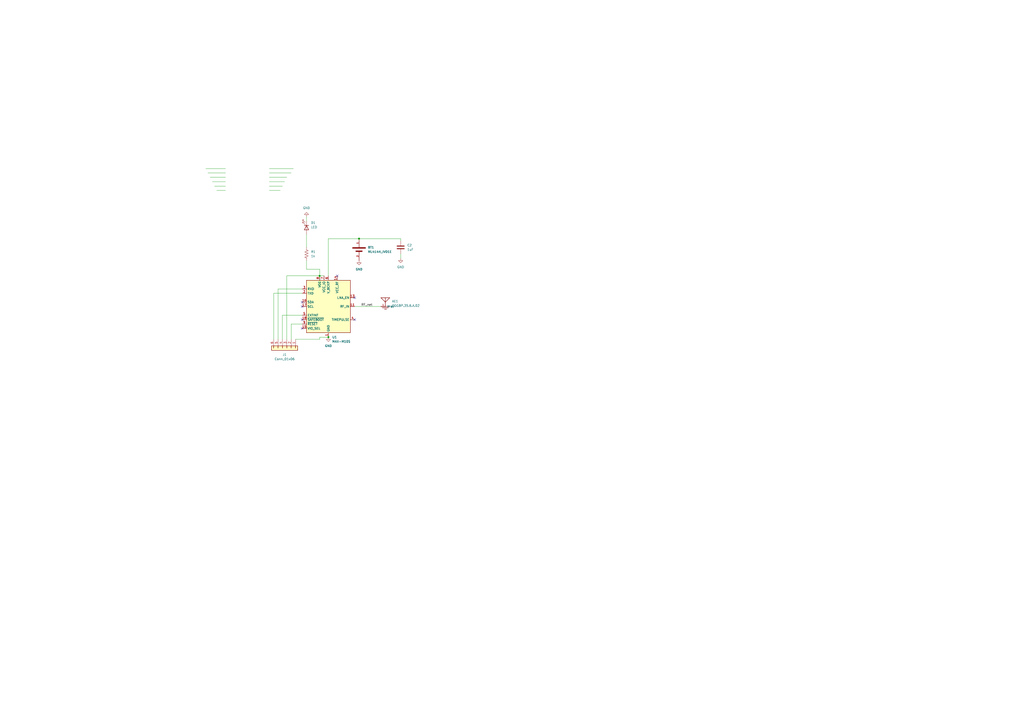
<source format=kicad_sch>
(kicad_sch (version 20230121) (generator eeschema)
  (paper "A2")
  (lib_symbols
    (symbol "CGGBP.35.6.A.02:CGGBP.35.6.A.02" (pin_names (offset 1.016))
      (property "Reference" "AE" (at 5.0892 5.0892 0))
      (property "Value" "CGGBP.35.6.A.02" (at 5.081 2.5405 0))
      (symbol "CGGBP.35.6.A.02_0_0"
        (polyline (pts (xy -2.54 0) (xy 0 0)) (stroke (width 0.254)))
        (polyline (pts (xy -2.54 5.08) (xy 0 2.54)) (stroke (width 0.254)))
        (polyline (pts (xy -1.778 -0.762) (xy 1.778 -0.762)) (stroke (width 0.254)))
        (polyline (pts (xy -0.508 -1.524) (xy 0.762 -1.524)) (stroke (width 0.254)))
        (polyline (pts (xy 0 0) (xy 2.54 0)) (stroke (width 0.254)))
        (polyline (pts (xy 0 2.54) (xy 2.54 5.08)) (stroke (width 0.254)))
        (polyline (pts (xy 0 5.08) (xy -2.54 5.08)) (stroke (width 0.254)))
        (polyline (pts (xy 0 5.08) (xy 0 0)) (stroke (width 0.254)))
        (polyline (pts (xy 2.54 5.08) (xy 0 5.08)) (stroke (width 0.254)))
      )
      (symbol "CGGBP.35.6.A.02_1_0"
        (pin passive line (at -2.54 0 0) (length 2.54) (name "RF@2") (number "1"))
      )
    )
    (symbol "Connector_Generic:Conn_01x06" (pin_names (offset 1.016) hide)
      (property "Reference" "J" (at 0 7.62 0))
      (property "Value" "Conn_01x06" (at 0 -10.16 0))
      (symbol "Conn_01x06_1_1"
        (rectangle (start -1.27 -7.493) (end 0 -7.747) (stroke (width 0.1524)))
        (rectangle (start -1.27 -4.953) (end 0 -5.207) (stroke (width 0.1524)))
        (rectangle (start -1.27 -2.413) (end 0 -2.667) (stroke (width 0.1524)))
        (rectangle (start -1.27 0.127) (end 0 -0.127) (stroke (width 0.1524)))
        (rectangle (start -1.27 2.667) (end 0 2.413) (stroke (width 0.1524)))
        (rectangle (start -1.27 5.207) (end 0 4.953) (stroke (width 0.1524)))
        (rectangle (start -1.27 6.35) (end 1.27 -8.89) (stroke (width 0.254)) (fill (type background)))
        (pin passive line (at -5.08 5.08 0) (length 3.81) (name "Pin_1") (number "1"))
        (pin passive line (at -5.08 2.54 0) (length 3.81) (name "Pin_2") (number "2"))
        (pin passive line (at -5.08 0 0) (length 3.81) (name "Pin_3") (number "3"))
        (pin passive line (at -5.08 -2.54 0) (length 3.81) (name "Pin_4") (number "4"))
        (pin passive line (at -5.08 -5.08 0) (length 3.81) (name "Pin_5") (number "5"))
        (pin passive line (at -5.08 -7.62 0) (length 3.81) (name "Pin_6") (number "6"))
      )
    )
    (symbol "Device:C" (pin_numbers hide) (pin_names (offset 0.254))
      (property "Reference" "C" (at 0.635 2.54 0))
      (property "Value" "C" (at 0.635 -2.54 0))
      (symbol "C_0_1"
        (polyline (pts (xy -2.032 -0.762) (xy 2.032 -0.762)) (stroke (width 0.508)))
        (polyline (pts (xy -2.032 0.762) (xy 2.032 0.762)) (stroke (width 0.508)))
      )
      (symbol "C_1_1"
        (pin passive line (at 0 3.81 270) (length 2.794) (name "~") (number "1"))
        (pin passive line (at 0 -3.81 90) (length 2.794) (name "~") (number "2"))
      )
    )
    (symbol "Device:LED" (pin_numbers hide) (pin_names (offset 1.016) hide)
      (property "Reference" "D" (at 0 2.54 0))
      (property "Value" "LED" (at 0 -2.54 0))
      (symbol "LED_0_1"
        (polyline (pts (xy -1.27 -1.27) (xy -1.27 1.27)) (stroke (width 0.254)))
        (polyline (pts (xy -1.27 0) (xy 1.27 0)))
        (polyline (pts (xy 1.27 -1.27) (xy 1.27 1.27) (xy -1.27 0) (xy 1.27 -1.27)) (stroke (width 0.254)))
        (polyline (pts (xy -3.048 -0.762) (xy -4.572 -2.286) (xy -3.81 -2.286) (xy -4.572 -2.286) (xy -4.572 -1.524)))
        (polyline (pts (xy -1.778 -0.762) (xy -3.302 -2.286) (xy -2.54 -2.286) (xy -3.302 -2.286) (xy -3.302 -1.524)))
      )
      (symbol "LED_1_1"
        (pin passive line (at -3.81 0 0) (length 2.54) (name "K") (number "1"))
        (pin passive line (at 3.81 0 180) (length 2.54) (name "A") (number "2"))
      )
    )
    (symbol "Device:R_US" (pin_numbers hide) (pin_names (offset 0))
      (property "Reference" "R" (at 2.54 0 90))
      (property "Value" "R_US" (at -2.54 0 90))
      (symbol "R_US_0_1"
        (polyline (pts (xy 0 -2.286) (xy 0 -2.54)))
        (polyline (pts (xy 0 2.286) (xy 0 2.54)))
        (polyline (pts (xy 0 -0.762) (xy 1.016 -1.143) (xy 0 -1.524) (xy -1.016 -1.905) (xy 0 -2.286)))
        (polyline (pts (xy 0 0.762) (xy 1.016 0.381) (xy 0 0) (xy -1.016 -0.381) (xy 0 -0.762)))
        (polyline (pts (xy 0 2.286) (xy 1.016 1.905) (xy 0 1.524) (xy -1.016 1.143) (xy 0 0.762)))
      )
      (symbol "R_US_1_1"
        (pin passive line (at 0 3.81 270) (length 1.27) (name "~") (number "1"))
        (pin passive line (at 0 -3.81 90) (length 1.27) (name "~") (number "2"))
      )
    )
    (symbol "ML414H_IV01E:ML414H_IV01E" (pin_names (offset 1.016))
      (property "Reference" "BT" (at -2.5438 5.0877 0))
      (property "Value" "ML414H_IV01E" (at -2.5481 -7.6443 0))
      (symbol "ML414H_IV01E_0_0"
        (rectangle (start 0 -3.8255) (end 0.635 3.81) (stroke (width 0.1)) (fill (type outline)))
        (rectangle (start 1.9091 -1.9091) (end 2.54 1.905) (stroke (width 0.1)) (fill (type outline)))
        (pin passive line (at -5.08 0 0) (length 5.08) (name "~") (number "1"))
        (pin passive line (at 7.62 0 180) (length 5.08) (name "~") (number "2"))
      )
    )
    (symbol "RF_GPS:MAX-M10S"
      (property "Reference" "U" (at -10.16 16.51 0))
      (property "Value" "MAX-M10S" (at 11.43 16.51 0))
      (symbol "MAX-M10S_0_1"
        (rectangle (start 12.7 15.24) (end -12.7 -15.24) (stroke (width 0.254)) (fill (type background)))
      )
      (symbol "MAX-M10S_1_1"
        (pin power_in line (at 0 -17.78 90) (length 2.54) (name "GND") (number "1"))
        (pin passive line (at 0 -17.78 90) (length 2.54) hide (name "GND") (number "10"))
        (pin input line (at 15.24 0 180) (length 2.54) (name "RF_IN") (number "11"))
        (pin passive line (at 0 -17.78 90) (length 2.54) hide (name "GND") (number "12"))
        (pin output line (at 15.24 5.08 180) (length 2.54) (name "LNA_EN") (number "13"))
        (pin power_out line (at 5.08 17.78 270) (length 2.54) (name "VCC_RF") (number "14"))
        (pin input line (at -15.24 -12.7 0) (length 2.54) (name "VIO_SEL") (number "15"))
        (pin bidirectional line (at -15.24 2.54 0) (length 2.54) (name "SDA") (number "16"))
        (pin input line (at -15.24 0 0) (length 2.54) (name "SCL") (number "17"))
        (pin input line (at -15.24 -7.62 0) (length 2.54) (name "~{SAFEBOOT}") (number "18"))
        (pin output line (at -15.24 7.62 0) (length 2.54) (name "TXD") (number "2"))
        (pin input line (at -15.24 10.16 0) (length 2.54) (name "RXD") (number "3"))
        (pin output line (at 15.24 -7.62 180) (length 2.54) (name "TIMEPULSE") (number "4"))
        (pin input line (at -15.24 -5.08 0) (length 2.54) (name "EXTINT") (number "5"))
        (pin power_in line (at 0 17.78 270) (length 2.54) (name "V_BCKP") (number "6"))
        (pin power_in line (at -2.54 17.78 270) (length 2.54) (name "VCC_IO") (number "7"))
        (pin power_in line (at -5.08 17.78 270) (length 2.54) (name "VCC") (number "8"))
        (pin input line (at -15.24 -10.16 0) (length 2.54) (name "~{RESET}") (number "9"))
      )
    )
    (symbol "power:GND" (power) (pin_names (offset 0))
      (property "Value" "GND" (at 0 -3.81 0))
      (symbol "GND_0_1"
        (polyline (pts (xy 0 0) (xy 0 -1.27) (xy 1.27 -1.27) (xy 0 -2.54) (xy -1.27 -1.27) (xy 0 -1.27)))
      )
      (symbol "GND_1_1"
        (pin power_in line (at 0 0 270) (length 0) hide (name "GND") (number "1"))
      )
    )
  )
  (junction (at 185.42 160.02))
  (junction (at 208.28 138.43))
  (junction (at 190.5 195.58))
  (no_connect (at 205.74 185.42))
  (no_connect (at 175.26 185.42))
  (no_connect (at 205.74 172.72))
  (no_connect (at 175.26 190.5))
  (no_connect (at 175.26 175.26))
  (no_connect (at 195.58 160.02))
  (no_connect (at 175.26 177.8))
  (wire (pts (xy 232.41 139.7) (xy 232.41 138.43)))
  (wire (pts (xy 232.41 147.32) (xy 232.41 149.86)))
  (wire (pts (xy 175.26 182.88) (xy 163.83 182.88)))
  (wire (pts (xy 166.37 196.85) (xy 166.37 160.02)))
  (wire (pts (xy 185.42 196.85) (xy 185.42 195.58)))
  (wire (pts (xy 130.81 105.41) (xy 123.19 105.41)))
  (wire (pts (xy 177.8 128.27) (xy 177.8 125.73)))
  (wire (pts (xy 168.91 196.85) (xy 168.91 187.96)))
  (wire (pts (xy 158.75 170.18) (xy 158.75 196.85)))
  (wire (pts (xy 156.21 100.33) (xy 168.91 100.33)))
  (wire (pts (xy 232.41 138.43) (xy 208.28 138.43)))
  (wire (pts (xy 130.81 100.33) (xy 120.65 100.33)))
  (wire (pts (xy 156.21 107.95) (xy 163.83 107.95)))
  (wire (pts (xy 190.5 138.43) (xy 190.5 160.02)))
  (wire (pts (xy 205.74 177.8) (xy 220.98 177.8)))
  (wire (pts (xy 185.42 195.58) (xy 190.5 195.58)))
  (wire (pts (xy 166.37 102.87) (xy 156.21 102.87)))
  (wire (pts (xy 185.42 160.02) (xy 185.42 166.37)))
  (wire (pts (xy 177.8 135.89) (xy 177.8 143.51)))
  (wire (pts (xy 161.29 167.64) (xy 161.29 196.85)))
  (wire (pts (xy 130.81 97.79) (xy 119.38 97.79)))
  (wire (pts (xy 130.81 102.87) (xy 121.92 102.87)))
  (wire (pts (xy 171.45 196.85) (xy 185.42 196.85)))
  (wire (pts (xy 163.83 182.88) (xy 163.83 196.85)))
  (wire (pts (xy 177.8 156.21) (xy 185.42 156.21)))
  (wire (pts (xy 130.81 107.95) (xy 124.46 107.95)))
  (wire (pts (xy 175.26 170.18) (xy 158.75 170.18)))
  (wire (pts (xy 166.37 160.02) (xy 185.42 160.02)))
  (wire (pts (xy 156.21 105.41) (xy 165.1 105.41)))
  (wire (pts (xy 177.8 151.13) (xy 177.8 156.21)))
  (wire (pts (xy 168.91 187.96) (xy 175.26 187.96)))
  (wire (pts (xy 130.81 110.49) (xy 125.73 110.49)))
  (wire (pts (xy 185.42 156.21) (xy 185.42 160.02)))
  (wire (pts (xy 185.42 160.02) (xy 187.96 160.02)))
  (wire (pts (xy 190.5 138.43) (xy 208.28 138.43)))
  (wire (pts (xy 170.18 97.79) (xy 156.21 97.79)))
  (wire (pts (xy 156.21 110.49) (xy 162.56 110.49)))
  (wire (pts (xy 175.26 167.64) (xy 161.29 167.64)))
  (label "RF_net" (at 209.55 177.8 0))
  (symbol (lib_id "Device:C") (at 232.41 143.51 0) (unit 1)
    (property "Reference" "C2" (at 236.22 142.24 0) (effects (justify left)))
    (property "Value" "1uF" (at 236.22 144.78 0) (effects (justify left)))
    (property "Footprint" "Capacitor_SMD:C_1210_3225Metric_Pad1.33x2.70mm_HandSolder" (effects hide))
  )
  (symbol (lib_id "power:GND") (at 208.28 151.13 0) (unit 1)
    (property "Reference" "#PWR05" (effects hide))
    (property "Value" "GND" (at 208.28 156.21 0))
  )
  (symbol (lib_id "Device:LED") (at 177.8 132.08 270) (unit 1)
    (property "Reference" "D1" (at 180.34 129.2225 90) (effects (justify left)))
    (property "Value" "LED" (at 180.34 131.7625 90) (effects (justify left)))
    (property "Footprint" "LED_SMD:LED_1206_3216Metric_Pad1.42x1.75mm_HandSolder" (effects hide))
  )
  (symbol (lib_id "CGGBP.35.6.A.02:CGGBP.35.6.A.02") (at 223.52 177.8 0) (unit 1)
    (property "Reference" "AE1" (at 227.33 174.752 0) (effects (justify left)))
    (property "Value" "CGGBP.35.6.A.02" (at 227.33 177.292 0) (effects (justify left)))
    (property "Footprint" "CGGBP.35.6.A.02:XCVR_CGGBP.35.6.A.02" (effects hide))
    (property "MF" "Taoglas Limited" (effects hide))
    (property "Description" "\n1.56GHz, 1.575GHz, 1.602GHz Beidou, Galileo, GLONASS, GPS Ceramic Patch RF Antenna 1.533GHz ~ 1.589GHz, 1.547GHz ~ 1.603GHz, 1.574GHz ~ 1.63GHz 4.5dBi, 3dBi, 4.5dBi Pin Adhesive\n" (effects hide))
    (property "Package" "None" (effects hide))
    (property "Price" "None" (effects hide))
    (property "Check_prices" "https://www.snapeda.com/parts/CGGBP.35.6.A.02/Taoglas+Limited/view-part/?ref=eda" (effects hide))
    (property "SnapEDA_Link" "https://www.snapeda.com/parts/CGGBP.35.6.A.02/Taoglas+Limited/view-part/?ref=snap" (effects hide))
    (property "MP" "CGGBP.35.6.A.02" (effects hide))
    (property "Purchase-URL" "https://www.snapeda.com/api/url_track_click_mouser/?unipart_id=423714&manufacturer=Taoglas Limited&part_name=CGGBP.35.6.A.02&search_term=None" (effects hide))
    (property "Availability" "In Stock" (effects hide))
    (property "MANUFACTURER" "Taoglas" (effects hide))
  )
  (symbol (lib_id "ML414H_IV01E:ML414H_IV01E") (at 208.28 143.51 270) (unit 1)
    (property "Reference" "BT1" (at 213.36 143.51 90) (effects (justify left)))
    (property "Value" "ML414H_IV01E" (at 213.36 146.05 90) (effects (justify left)))
    (property "Footprint" "ML414H_IV01E:SEIKO_ML414H_IV01E" (effects hide))
    (property "MF" "Seiko Instruments" (effects hide))
    (property "Description" "\n                        \n                            Coin, 4.8mm 3 V Lithium Battery Rechargeable (Secondary) 1mAh\n                        \n" (effects hide))
    (property "Package" "SOT-89 Seiko" (effects hide))
    (property "Price" "None" (effects hide))
    (property "Check_prices" "https://www.snapeda.com/parts/ML414H%20IV01E/Seiko/view-part/?ref=eda" (effects hide))
    (property "STANDARD" "Manufacturer Recommendation" (effects hide))
    (property "SnapEDA_Link" "https://www.snapeda.com/parts/ML414H%20IV01E/Seiko/view-part/?ref=snap" (effects hide))
    (property "MP" "ML414H IV01E" (effects hide))
    (property "Availability" "In Stock" (effects hide))
    (property "MANUFACTURER" "SEIKO" (effects hide))
  )
  (symbol (lib_id "power:GND") (at 177.8 125.73 180) (unit 1)
    (property "Reference" "#PWR07" (effects hide))
    (property "Value" "GND" (at 177.8 120.65 0))
  )
  (symbol (lib_id "power:GND") (at 190.5 195.58 0) (unit 1)
    (property "Reference" "#PWR04" (effects hide))
    (property "Value" "GND" (at 190.5 200.66 0))
  )
  (symbol (lib_id "Connector_Generic:Conn_01x06") (at 166.37 201.93 270) (unit 1)
    (property "Reference" "J1" (at 165.1 205.74 90))
    (property "Value" "Conn_01x06" (at 165.1 208.28 90))
    (property "Footprint" "Connector_PinHeader_2.54mm:PinHeader_1x06_P2.54mm_Vertical" (effects hide))
  )
  (symbol (lib_id "Device:R_US") (at 177.8 147.32 0) (unit 1)
    (property "Reference" "R1" (at 180.34 146.05 0) (effects (justify left)))
    (property "Value" "1k" (at 180.34 148.59 0) (effects (justify left)))
    (property "Footprint" "Resistor_SMD:R_1206_3216Metric_Pad1.30x1.75mm_HandSolder" (effects hide))
  )
  (symbol (lib_id "RF_GPS:MAX-M10S") (at 190.5 177.8 0) (unit 1)
    (property "Reference" "U1" (at 192.6941 195.58 0) (effects (justify left)))
    (property "Value" "MAX-M10S" (at 192.6941 198.12 0) (effects (justify left)))
    (property "Footprint" "RF_GPS:ublox_MAX" (effects hide))
    (property "Datasheet" "https://content.u-blox.com/sites/default/files/MAX-M10S_DataSheet_UBX-20035208.pdf" (effects hide))
  )
  (symbol (lib_id "power:GND") (at 232.41 149.86 0) (unit 1)
    (property "Reference" "#PWR06" (effects hide))
    (property "Value" "GND" (at 232.41 154.94 0))
  )
)
</source>
